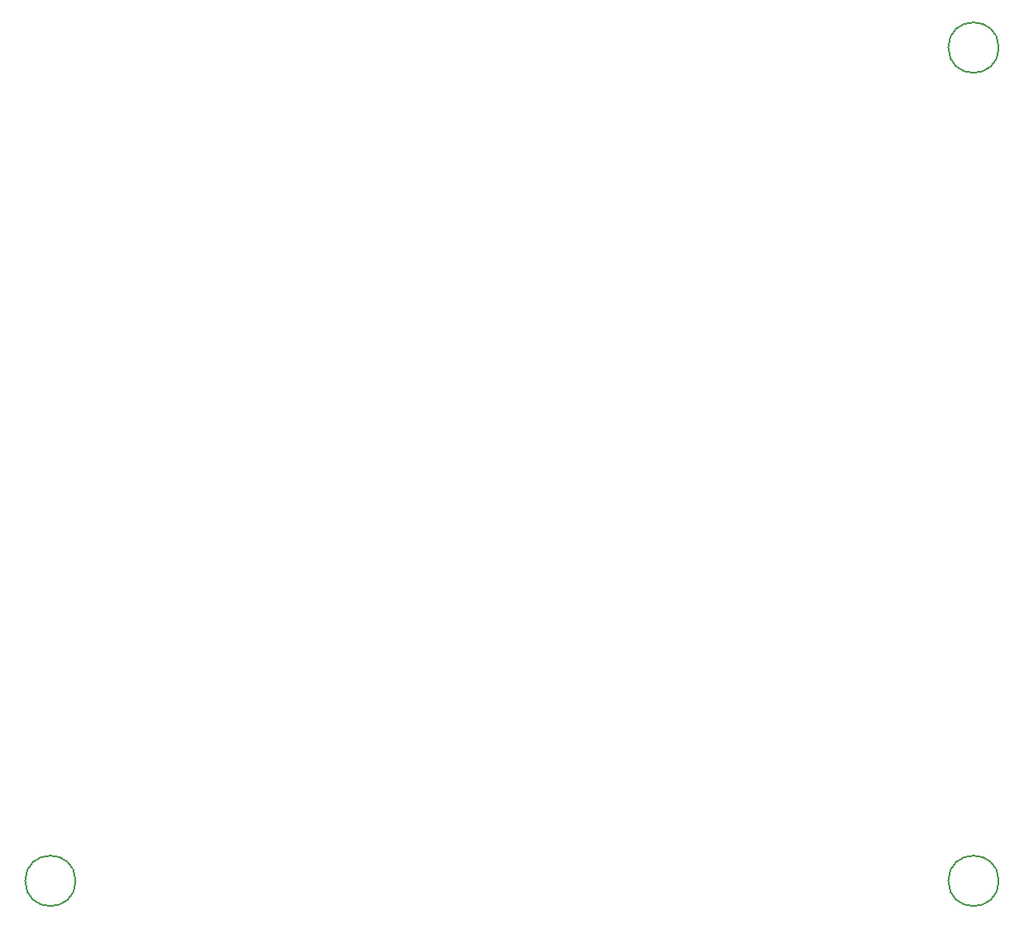
<source format=gbr>
%TF.GenerationSoftware,KiCad,Pcbnew,(5.1.12)-1*%
%TF.CreationDate,2021-12-02T17:45:38+10:30*%
%TF.ProjectId,SWR_02,5357525f-3032-42e6-9b69-6361645f7063,2*%
%TF.SameCoordinates,Original*%
%TF.FileFunction,Other,Comment*%
%FSLAX46Y46*%
G04 Gerber Fmt 4.6, Leading zero omitted, Abs format (unit mm)*
G04 Created by KiCad (PCBNEW (5.1.12)-1) date 2021-12-02 17:45:38*
%MOMM*%
%LPD*%
G01*
G04 APERTURE LIST*
%ADD10C,0.150000*%
G04 APERTURE END LIST*
D10*
%TO.C,H2*%
X57110000Y-111760000D02*
G75*
G03*
X57110000Y-111760000I-2500000J0D01*
G01*
%TO.C,H1*%
X148550000Y-29210000D02*
G75*
G03*
X148550000Y-29210000I-2500000J0D01*
G01*
%TO.C,H3*%
X148550000Y-111760000D02*
G75*
G03*
X148550000Y-111760000I-2500000J0D01*
G01*
%TD*%
M02*

</source>
